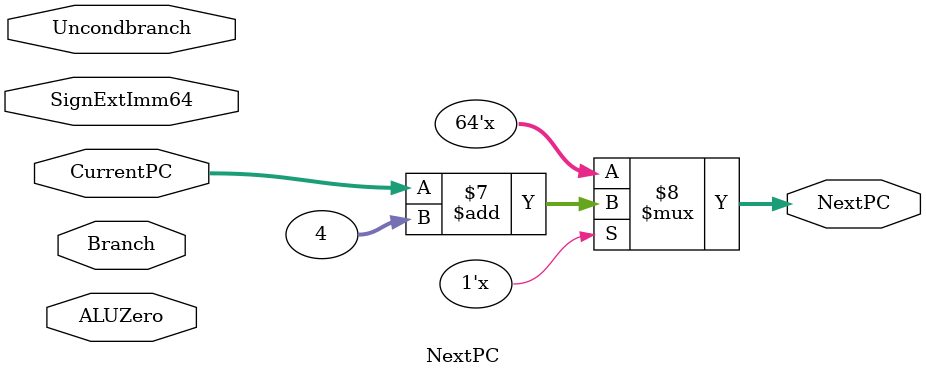
<source format=v>
`timescale 1ns / 1ps
module NextPC(NextPC, CurrentPC, SignExtImm64, Branch, ALUZero, Uncondbranch);

    //declaring ports
    input [63:0] CurrentPC, SignExtImm64;
    input Branch, ALUZero, Uncondbranch;
    output reg [63:0] NextPC;

    //internal variable
    reg mux;

    always @(*)
        begin

            //mutiplexers have delay of #1
            //mux gate logic for PC addressing
            mux <= Uncondbranch | (Branch & ALUZero);

            if(mux)
                begin
                    //ADD has delay of #2
                    NextPC <= CurrentPC + (SignExtImm64 << 2);
                end

            else if(~mux)
                begin
                    //ADDI has delay of #1
                    NextPC <= CurrentPC + 4;
                end
        end
endmodule

</source>
